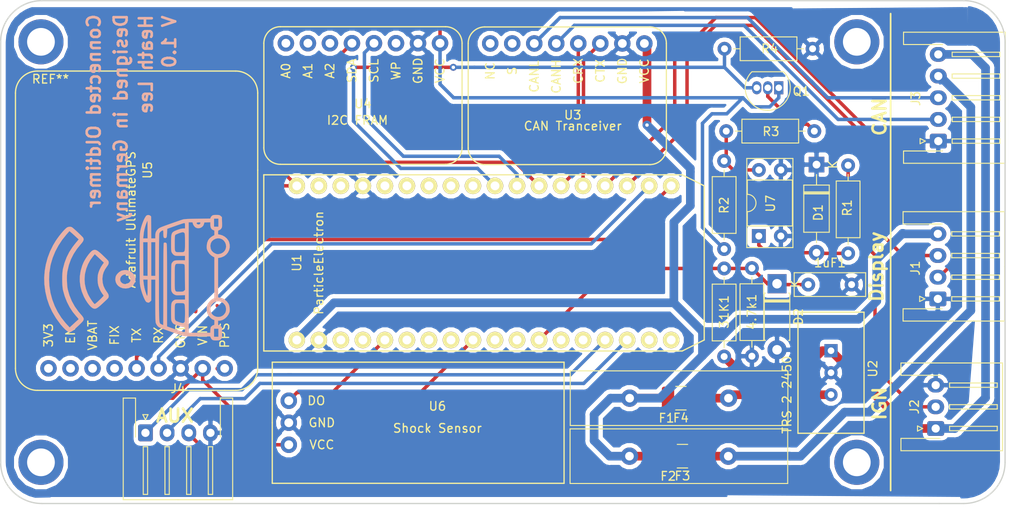
<source format=kicad_pcb>
(kicad_pcb (version 20171130) (host pcbnew "(5.1.4)-1")
  (layers (0 F.Cu signal) (31 B.Cu signal) (34 B.Paste user) (35 F.Paste user) (36 B.SilkS user) (37 F.SilkS user) (38 B.Mask user) (39 F.Mask user) (44 Edge.Cuts user))
  (net 0 "")
  (net 1 GND)
  (net 2 "Net-(D1-Pad2)")
  (net 3 5VDC)
  (net 4 "Net-(F1-Pad1)")
  (net 5 "Net-(F2-Pad1)")
  (net 6 CAN_H)
  (net 7 CAN_L)
  (net 8 12VIN)
  (net 9 IGN)
  (net 10 Nextion_TX)
  (net 11 Nextion_RX)
  (net 12 "Net-(Q1-Pad2)")
  (net 13 IGNSignal)
  (net 14 3V3)
  (net 15 "Net-(R2-Pad2)")
  (net 16 GPS_TX)
  (net 17 GPS_RX)
  (net 18 CAN_TX)
  (net 19 CAN_RX)
  (net 20 FRAM_SDA)
  (net 21 FRAM_SCL)
  (net 22 Shock_Signal)
  (net 23 RX)
  (net 24 TX)
  (net 25 "Net-(U3-Pad1)")
  (net 26 "Net-(U3-Pad2)")
  (net 27 "Net-(U4-Pad1)")
  (net 28 "Net-(U4-Pad2)")
  (net 29 "Net-(U4-Pad3)")
  (net 30 "Net-(U4-Pad6)")
  (net 31 "Net-(U5-Pad1)")
  (net 32 "Net-(U5-Pad6)")
  (net 33 "Net-(U5-Pad7)")
  (net 34 "Net-(U5-Pad8)")
  (net 35 "Net-(U5-Pad9)")
  (net 36 AUX_1)
  (net 37 AUX_2)
  (net 38 AUX_3)
  (net 39 "Net-(U1-Pad28)")
  (net 40 "Net-(U1-Pad29)")
  (net 41 "Net-(U1-Pad30)")
  (net 42 "Net-(U1-Pad31)")
  (net 43 "Net-(U1-Pad32)")
  (net 44 "Net-(U1-Pad18)")
  (net 45 "Net-(U1-Pad17)")
  (net 46 "Net-(U1-Pad13)")
  (net 47 "Net-(U1-Pad11)")
  (net 48 "Net-(U1-Pad10)")
  (net 49 "Net-(U1-Pad8)")
  (net 50 "Net-(U1-Pad7)")
  (net 51 VMON)
  (net 52 "Net-(U1-Pad14)")
  (net 53 "Net-(U1-Pad34)")
  (net 54 "Net-(U1-Pad35)")
  (net 55 "Net-(U1-Pad6)")
  (module heathsfootprints:CAN_Tranceiver_Module (layer F.Cu) (at 154.567201 79.253019 270)
    (fp_text reference U3 (at -3.81 -3.175) (layer F.SilkS))
    (fp_text value CANTranceiverModule)
    (fp_text user NC (at -8.89 6.35 270) (layer F.SilkS))
    (fp_text user S (at -8.89 3.81 270) (layer F.SilkS))
    (fp_text user CANL (at -8.255 1.27 270) (layer F.SilkS))
    (fp_text user CANH (at -8.255 -1.27 270) (layer F.SilkS))
    (fp_text user CRX (at -8.89 -3.81 270) (layer F.SilkS))
    (fp_text user CTX (at -8.89 -6.35 270) (layer F.SilkS))
    (fp_text user GND (at -8.89 -8.89 270) (layer F.SilkS))
    (fp_text user VCC (at -8.89 -11.43 270) (layer F.SilkS))
    (fp_text user "CAN Tranceiver" (at -2.54 -3.175 180) (layer F.SilkS))
    (pad 8 thru_hole circle (at -12.065 -11.43 270) (size 1.9 1.9) (drill 1.02) (layers *.Cu *.Mask) (net 3 5VDC))
    (pad 7 thru_hole circle (at -12.065 -8.89 270) (size 1.9 1.9) (drill 1.02) (layers *.Cu *.Mask) (net 1 GND))
    (pad 6 thru_hole circle (at -12.065 -6.35 270) (size 1.9 1.9) (drill 1.02) (layers *.Cu *.Mask) (net 18 CAN_TX))
    (pad 5 thru_hole circle (at -12.065 -3.81 270) (size 1.9 1.9) (drill 1.02) (layers *.Cu *.Mask) (net 19 CAN_RX))
    (pad 4 thru_hole circle (at -12.065 -1.27 270) (size 1.9 1.9) (drill 1.02) (layers *.Cu *.Mask) (net 6 CAN_H))
    (pad 3 thru_hole circle (at -12.065 1.27 270) (size 1.9 1.9) (drill 1.02) (layers *.Cu *.Mask) (net 7 CAN_L))
    (pad 2 thru_hole circle (at -12.065 3.81 270) (size 1.9 1.9) (drill 1.02) (layers *.Cu *.Mask) (net 26 "Net-(U3-Pad2)"))
    (pad 1 thru_hole circle (at -12.065 6.35 270) (size 1.9 1.9) (drill 1.02) (layers *.Cu *.Mask) (net 25 "Net-(U3-Pad1)"))
  )
  (module Connector_JST:JST_XH_S05B-XH-A-1_1x05_P2.50mm_Horizontal (layer F.Cu) (at 199.9 78.45 90)
    (fp_text reference J3 (at 4.9 -2.6 90) (layer F.SilkS))
    (fp_text value CAN_Bus_Connector)
    (pad 1 thru_hole roundrect (at 0 0 90) (size 1.7 1.95) (drill 0.95) (layers *.Cu *.Mask) (roundrect_rratio 0.147059) (net 1 GND))
    (pad 2 thru_hole oval (at 2.5 0 90) (size 1.7 1.95) (drill 0.95) (layers *.Cu *.Mask) (net 6 CAN_H))
    (pad 3 thru_hole oval (at 5 0 90) (size 1.7 1.95) (drill 0.95) (layers *.Cu *.Mask) (net 7 CAN_L))
    (pad 4 thru_hole oval (at 7.5 0 90) (size 1.7 1.95) (drill 0.95) (layers *.Cu *.Mask) (net 5 "Net-(F2-Pad1)"))
    (pad 5 thru_hole oval (at 10 0 90) (size 1.7 1.95) (drill 0.95) (layers *.Cu *.Mask) (net 8 12VIN))
  )
  (module heathsfootprints:ShockSensor (layer F.Cu) (at 130.7 110.3)
    (fp_text reference U6 (at 11.43 -1.27) (layer F.SilkS))
    (fp_text value MotionSensor)
    (fp_text user "Shock Sensor" (at 11.43 1.27) (layer F.SilkS))
    (fp_text user VCC (at -1.905 3.175) (layer F.SilkS))
    (fp_text user GND (at -1.905 0.635) (layer F.SilkS))
    (fp_text user DO (at -2.54 -1.905) (layer F.SilkS))
    (pad 1 thru_hole circle (at -5.715 -1.905) (size 1.9 1.9) (drill 1.02) (layers *.Cu *.Mask) (net 22 Shock_Signal))
    (pad 2 thru_hole circle (at -5.715 0.635) (size 1.9 1.9) (drill 1.02) (layers *.Cu *.Mask) (net 1 GND))
    (pad 3 thru_hole circle (at -5.715 3.175) (size 1.9 1.9) (drill 1.02) (layers *.Cu *.Mask) (net 14 3V3))
  )
  (module Fuse:Fuse_Littelfuse-LVR200 (layer F.Cu) (at 175.678589 114.791319 180)
    (fp_text reference F2 (at 6.928589 -2.308681 180) (layer F.SilkS))
    (fp_text value "Polyfuse 1000mA")
    (pad 1 thru_hole circle (at 0 0 180) (size 2 2) (drill 1) (layers *.Cu *.Mask) (net 5 "Net-(F2-Pad1)"))
    (pad 2 thru_hole circle (at 11.4 0 180) (size 2 2) (drill 1) (layers *.Cu *.Mask) (net 3 5VDC))
  )
  (module heathsfootprints:AdafruitUltimateGPS (layer F.Cu) (at 108.7 94.5 90)
    (fp_text reference U5 (at 12.7 0 90) (layer F.SilkS))
    (fp_text value AdafruitUltimateGPS)
    (fp_text user "Adafruit UltimateGPS" (at 6.985 -1.905 90) (layer F.SilkS))
    (fp_text user 3V3 (at -6.35 -11.43 90) (layer F.SilkS))
    (fp_text user EN (at -6.35 -8.89 90) (layer F.SilkS))
    (fp_text user VBAT (at -6.35 -6.35 90) (layer F.SilkS))
    (fp_text user FIX (at -6.35 -3.81 90) (layer F.SilkS))
    (fp_text user TX (at -6.35 -1.27 90) (layer F.SilkS))
    (fp_text user RX (at -6.35 1.27 90) (layer F.SilkS))
    (fp_text user GND (at -6.35 3.81 90) (layer F.SilkS))
    (fp_text user VIN (at -6.35 6.35 90) (layer F.SilkS))
    (fp_text user PPS (at -6.35 8.89 90) (layer F.SilkS))
    (pad 1 thru_hole circle (at -10.16 8.89 90) (size 1.9 1.9) (drill 1.02) (layers *.Cu *.Mask) (net 31 "Net-(U5-Pad1)"))
    (pad 2 thru_hole circle (at -10.16 6.35 90) (size 1.9 1.9) (drill 1.02) (layers *.Cu *.Mask) (net 14 3V3))
    (pad 3 thru_hole circle (at -10.16 3.81 90) (size 1.9 1.9) (drill 1.02) (layers *.Cu *.Mask) (net 1 GND))
    (pad 4 thru_hole circle (at -10.16 1.27 90) (size 1.9 1.9) (drill 1.02) (layers *.Cu *.Mask) (net 17 GPS_RX))
    (pad 5 thru_hole circle (at -10.16 -1.27 90) (size 1.9 1.9) (drill 1.02) (layers *.Cu *.Mask) (net 16 GPS_TX))
    (pad 6 thru_hole circle (at -10.16 -3.81 90) (size 1.9 1.9) (drill 1.02) (layers *.Cu *.Mask) (net 32 "Net-(U5-Pad6)"))
    (pad 7 thru_hole circle (at -10.16 -6.35 90) (size 1.9 1.9) (drill 1.02) (layers *.Cu *.Mask) (net 33 "Net-(U5-Pad7)"))
    (pad 8 thru_hole circle (at -10.16 -8.89 90) (size 1.9 1.9) (drill 1.02) (layers *.Cu *.Mask) (net 34 "Net-(U5-Pad8)"))
    (pad 9 thru_hole circle (at -10.16 -11.43 90) (size 1.9 1.9) (drill 1.02) (layers *.Cu *.Mask) (net 35 "Net-(U5-Pad9)"))
  )
  (module heathsfootprints:NextionMountingHoles (layer F.Cu) (at 96.4 67)
    (fp_text reference REF** (at 1.1 4.3) (layer F.SilkS))
    (fp_text value NextionMountingHoles)
    (pad 4 thru_hole circle (at 94.1 48.5) (size 5.2 5.2) (drill 3.2) (layers *.Cu *.Mask))
    (pad 3 thru_hole circle (at 94.1 0) (size 5.2 5.2) (drill 3.2) (layers *.Cu *.Mask))
    (pad 2 thru_hole circle (at 0 48.5) (size 5.2 5.2) (drill 3.2) (layers *.Cu *.Mask))
    (pad 1 thru_hole circle (at 0 0) (size 5.2 5.2) (drill 3.2) (layers *.Cu *.Mask))
  )
  (module Particle:electron (layer F.Cu) (at 172.9 92.5 90)
    (fp_text reference U1 (at 0 -46.99 90) (layer F.SilkS))
    (fp_text value ParticleElectron (at 0 -44.45 90) (layer F.SilkS))
    (pad 19 thru_hole circle (at 8.89 -3.81 90) (size 1.9 1.9) (drill 1.02) (layers *.Cu *.Mask F.SilkS) (net 16 GPS_TX))
    (pad 20 thru_hole circle (at 8.89 -6.35 90) (size 1.9 1.9) (drill 1.02) (layers *.Cu *.Mask F.SilkS) (net 17 GPS_RX))
    (pad 21 thru_hole circle (at 8.89 -8.89 90) (size 1.9 1.9) (drill 1.02) (layers *.Cu *.Mask F.SilkS) (net 10 Nextion_TX))
    (pad 22 thru_hole circle (at 8.89 -11.43 90) (size 1.9 1.9) (drill 1.02) (layers *.Cu *.Mask F.SilkS) (net 11 Nextion_RX))
    (pad 23 thru_hole circle (at 8.89 -13.97 90) (size 1.9 1.9) (drill 1.02) (layers *.Cu *.Mask F.SilkS) (net 18 CAN_TX))
    (pad 24 thru_hole circle (at 8.89 -16.51 90) (size 1.9 1.9) (drill 1.02) (layers *.Cu *.Mask F.SilkS) (net 19 CAN_RX))
    (pad 25 thru_hole circle (at 8.89 -19.05 90) (size 1.9 1.9) (drill 1.02) (layers *.Cu *.Mask F.SilkS) (net 20 FRAM_SDA))
    (pad 26 thru_hole circle (at 8.89 -21.59 90) (size 1.9 1.9) (drill 1.02) (layers *.Cu *.Mask F.SilkS) (net 21 FRAM_SCL))
    (pad 27 thru_hole circle (at 8.89 -24.13 90) (size 1.9 1.9) (drill 1.02) (layers *.Cu *.Mask F.SilkS) (net 13 IGNSignal))
    (pad 28 thru_hole circle (at 8.89 -26.67 90) (size 1.9 1.9) (drill 1.02) (layers *.Cu *.Mask F.SilkS) (net 39 "Net-(U1-Pad28)"))
    (pad 29 thru_hole circle (at 8.89 -29.21 90) (size 1.9 1.9) (drill 1.02) (layers *.Cu *.Mask F.SilkS) (net 40 "Net-(U1-Pad29)"))
    (pad 30 thru_hole circle (at 8.89 -31.75 90) (size 1.9 1.9) (drill 1.02) (layers *.Cu *.Mask F.SilkS) (net 41 "Net-(U1-Pad30)"))
    (pad 31 thru_hole circle (at 8.89 -34.29 90) (size 1.9 1.9) (drill 1.02) (layers *.Cu *.Mask F.SilkS) (net 42 "Net-(U1-Pad31)"))
    (pad 32 thru_hole circle (at 8.89 -36.83 90) (size 1.9 1.9) (drill 1.02) (layers *.Cu *.Mask F.SilkS) (net 43 "Net-(U1-Pad32)"))
    (pad 33 thru_hole circle (at 8.89 -39.37 90) (size 1.9 1.9) (drill 1.02) (layers *.Cu *.Mask F.SilkS) (net 1 GND))
    (pad 34 thru_hole circle (at 8.89 -41.91 90) (size 1.9 1.9) (drill 1.02) (layers *.Cu *.Mask F.SilkS) (net 53 "Net-(U1-Pad34)"))
    (pad 35 thru_hole circle (at 8.89 -44.45 90) (size 1.9 1.9) (drill 1.02) (layers *.Cu *.Mask F.SilkS) (net 54 "Net-(U1-Pad35)"))
    (pad 36 thru_hole circle (at 8.89 -46.99 90) (size 1.9 1.9) (drill 1.02) (layers *.Cu *.Mask F.SilkS) (net 14 3V3))
    (pad 18 thru_hole circle (at -8.89 -3.81 90) (size 1.9 1.9) (drill 1.02) (layers *.Cu *.Mask F.SilkS) (net 44 "Net-(U1-Pad18)"))
    (pad 17 thru_hole circle (at -8.89 -6.35 90) (size 1.9 1.9) (drill 1.02) (layers *.Cu *.Mask F.SilkS) (net 45 "Net-(U1-Pad17)"))
    (pad 16 thru_hole circle (at -8.89 -8.89 90) (size 1.9 1.9) (drill 1.02) (layers *.Cu *.Mask F.SilkS) (net 37 AUX_2))
    (pad 15 thru_hole circle (at -8.89 -11.43 90) (size 1.9 1.9) (drill 1.02) (layers *.Cu *.Mask F.SilkS) (net 36 AUX_1))
    (pad 14 thru_hole circle (at -8.89 -13.97 90) (size 1.9 1.9) (drill 1.02) (layers *.Cu *.Mask F.SilkS) (net 52 "Net-(U1-Pad14)"))
    (pad 13 thru_hole circle (at -8.89 -16.51 90) (size 1.9 1.9) (drill 1.02) (layers *.Cu *.Mask F.SilkS) (net 46 "Net-(U1-Pad13)"))
    (pad 12 thru_hole circle (at -8.89 -19.05 90) (size 1.9 1.9) (drill 1.02) (layers *.Cu *.Mask F.SilkS) (net 51 VMON))
    (pad 11 thru_hole circle (at -8.89 -21.59 90) (size 1.9 1.9) (drill 1.02) (layers *.Cu *.Mask F.SilkS) (net 47 "Net-(U1-Pad11)"))
    (pad 10 thru_hole circle (at -8.89 -24.13 90) (size 1.9 1.9) (drill 1.02) (layers *.Cu *.Mask F.SilkS) (net 48 "Net-(U1-Pad10)"))
    (pad 9 thru_hole circle (at -8.89 -26.67 90) (size 1.9 1.9) (drill 1.02) (layers *.Cu *.Mask F.SilkS) (net 38 AUX_3))
    (pad 8 thru_hole circle (at -8.89 -29.21 90) (size 1.9 1.9) (drill 1.02) (layers *.Cu *.Mask F.SilkS) (net 49 "Net-(U1-Pad8)"))
    (pad 7 thru_hole circle (at -8.89 -31.75 90) (size 1.9 1.9) (drill 1.02) (layers *.Cu *.Mask F.SilkS) (net 50 "Net-(U1-Pad7)"))
    (pad 6 thru_hole circle (at -8.89 -34.29 90) (size 1.9 1.9) (drill 1.02) (layers *.Cu *.Mask F.SilkS) (net 55 "Net-(U1-Pad6)"))
    (pad 5 thru_hole circle (at -8.89 -36.83 90) (size 1.9 1.9) (drill 1.02) (layers *.Cu *.Mask F.SilkS) (net 22 Shock_Signal))
    (pad 4 thru_hole circle (at -8.89 -39.37 90) (size 1.9 1.9) (drill 1.02) (layers *.Cu *.Mask F.SilkS) (net 23 RX))
    (pad 3 thru_hole circle (at -8.89 -41.91 90) (size 1.9 1.9) (drill 1.02) (layers *.Cu *.Mask F.SilkS) (net 24 TX))
    (pad 2 thru_hole circle (at -8.89 -44.45 90) (size 1.9 1.9) (drill 1.02) (layers *.Cu *.Mask F.SilkS) (net 1 GND))
    (pad 1 thru_hole circle (at -8.89 -46.99 90) (size 1.9 1.9) (drill 1.02) (layers *.Cu *.Mask F.SilkS) (net 3 5VDC))
  )
  (module Diode_THT:D_A-405_P10.16mm_Horizontal (layer F.Cu) (at 185.853981 81.162352 270)
    (fp_text reference D1 (at 5.537648 -0.196019 270) (layer F.SilkS))
    (fp_text value DIODE)
    (fp_text user K (at 0 -1.9 270) (layer F.SilkS))
    (pad 1 thru_hole rect (at 0 0 270) (size 1.8 1.8) (drill 0.9) (layers *.Cu *.Mask) (net 1 GND))
    (pad 2 thru_hole oval (at 10.16 0 270) (size 1.8 1.8) (drill 0.9) (layers *.Cu *.Mask) (net 2 "Net-(D1-Pad2)"))
  )
  (module Fuse:Fuse_Littelfuse-LVR200 (layer F.Cu) (at 175.7 108.1 180)
    (fp_text reference F1 (at 7.15 -2.3 180) (layer F.SilkS))
    (fp_text value "Polyfuse 2000mA")
    (pad 2 thru_hole circle (at 11.4 0 180) (size 2 2) (drill 1) (layers *.Cu *.Mask) (net 3 5VDC))
    (pad 1 thru_hole circle (at 0 0 180) (size 2 2) (drill 1) (layers *.Cu *.Mask) (net 4 "Net-(F1-Pad1)"))
  )
  (module Capacitor_SMD:C_1210_3225Metric_Pad1.42x2.65mm_HandSolder (layer F.Cu) (at 170.391089 114.791319 180)
    (fp_text reference F3 (at 0 -2.28 180) (layer F.SilkS))
    (fp_text value "Polyfuse SMD 1000mA")
    (pad 1 smd roundrect (at -1.4875 0 180) (size 1.425 2.65) (layers F.Cu F.Paste F.Mask) (roundrect_rratio 0.175439) (net 5 "Net-(F2-Pad1)"))
    (pad 2 smd roundrect (at 1.4875 0 180) (size 1.425 2.65) (layers F.Cu F.Paste F.Mask) (roundrect_rratio 0.175439) (net 3 5VDC))
  )
  (module Package_TO_SOT_THT:TO-92_Inline (layer F.Cu) (at 181.5 72.3 180)
    (fp_text reference Q1 (at -2.6 -0.4 180) (layer F.SilkS))
    (fp_text value 2N3906)
    (pad 2 thru_hole oval (at 1.27 0 180) (size 1.05 1.5) (drill 0.75) (layers *.Cu *.Mask) (net 12 "Net-(Q1-Pad2)"))
    (pad 3 thru_hole oval (at 2.54 0 180) (size 1.05 1.5) (drill 0.75) (layers *.Cu *.Mask) (net 13 IGNSignal))
    (pad 1 thru_hole rect (at 0 0 180) (size 1.05 1.5) (drill 0.75) (layers *.Cu *.Mask) (net 14 3V3))
  )
  (module Resistor_THT:R_Axial_DIN0207_L6.3mm_D2.5mm_P10.16mm_Horizontal (layer F.Cu) (at 189.5 91.4 90)
    (fp_text reference R1 (at 5.25 -0.1 90) (layer F.SilkS))
    (fp_text value 7.5K)
    (pad 2 thru_hole oval (at 10.16 0 90) (size 1.6 1.6) (drill 0.8) (layers *.Cu *.Mask) (net 9 IGN))
    (pad 1 thru_hole circle (at 0 0 90) (size 1.6 1.6) (drill 0.8) (layers *.Cu *.Mask) (net 2 "Net-(D1-Pad2)"))
  )
  (module Resistor_THT:R_Axial_DIN0207_L6.3mm_D2.5mm_P10.16mm_Horizontal (layer F.Cu) (at 175.2 90.9 90)
    (fp_text reference R2 (at 5.05 0 90) (layer F.SilkS))
    (fp_text value 10K)
    (pad 1 thru_hole circle (at 0 0 90) (size 1.6 1.6) (drill 0.8) (layers *.Cu *.Mask) (net 14 3V3))
    (pad 2 thru_hole oval (at 10.16 0 90) (size 1.6 1.6) (drill 0.8) (layers *.Cu *.Mask) (net 15 "Net-(R2-Pad2)"))
  )
  (module Resistor_THT:R_Axial_DIN0207_L6.3mm_D2.5mm_P10.16mm_Horizontal (layer F.Cu) (at 185.6 77.3 180)
    (fp_text reference R3 (at 5 -0.05 180) (layer F.SilkS))
    (fp_text value 47K)
    (pad 1 thru_hole circle (at 0 0 180) (size 1.6 1.6) (drill 0.8) (layers *.Cu *.Mask) (net 12 "Net-(Q1-Pad2)"))
    (pad 2 thru_hole oval (at 10.16 0 180) (size 1.6 1.6) (drill 0.8) (layers *.Cu *.Mask) (net 15 "Net-(R2-Pad2)"))
  )
  (module Resistor_THT:R_Axial_DIN0207_L6.3mm_D2.5mm_P10.16mm_Horizontal (layer F.Cu) (at 185.4 67.8 180)
    (fp_text reference R4 (at 4.95 0 180) (layer F.SilkS))
    (fp_text value 10K)
    (pad 2 thru_hole oval (at 10.16 0 180) (size 1.6 1.6) (drill 0.8) (layers *.Cu *.Mask) (net 13 IGNSignal))
    (pad 1 thru_hole circle (at 0 0 180) (size 1.6 1.6) (drill 0.8) (layers *.Cu *.Mask) (net 1 GND))
  )
  (module heathsfootprints:heathsTRS_2_2450 (layer F.Cu) (at 187.525 102.625 270)
    (fp_text reference U2 (at 2.075 -4.825 270) (layer F.SilkS))
    (fp_text value TSR_2-2450)
    (fp_text user "TRS 2 2450" (at 5.08 5.08 270) (layer F.SilkS))
    (pad 1 thru_hole rect (at 0 0 270) (size 1.524 1.524) (drill 0.762) (layers *.Cu *.Mask) (net 8 12VIN))
    (pad 2 thru_hole circle (at 2.54 0 270) (size 1.524 1.524) (drill 0.762) (layers *.Cu *.Mask) (net 1 GND))
    (pad 3 thru_hole circle (at 5.08 0 270) (size 1.524 1.524) (drill 0.762) (layers *.Cu *.Mask) (net 4 "Net-(F1-Pad1)"))
  )
  (module heathsfootprints:Adafruit_I2C_FRAM (layer F.Cu) (at 131 76.05 270)
    (fp_text reference U4 (at -1.905 -2.54) (layer F.SilkS))
    (fp_text value AdafruitFRAM)
    (fp_text user "I2C FRAM" (at 0 -1.905) (layer F.SilkS))
    (fp_text user VCC (at -5.715 -11.43 270) (layer F.SilkS))
    (fp_text user GND (at -5.715 -8.89 270) (layer F.SilkS))
    (fp_text user WP (at -5.715 -6.35 270) (layer F.SilkS))
    (fp_text user SCL (at -5.715 -3.81 270) (layer F.SilkS))
    (fp_text user SDA (at -5.715 -1.27 270) (layer F.SilkS))
    (fp_text user A2 (at -5.715 1.27 270) (layer F.SilkS))
    (fp_text user A1 (at -5.715 3.81 270) (layer F.SilkS))
    (fp_text user A0 (at -5.715 6.35 270) (layer F.SilkS))
    (pad 1 thru_hole circle (at -8.89 6.35 270) (size 1.9 1.9) (drill 1.02) (layers *.Cu *.Mask) (net 27 "Net-(U4-Pad1)"))
    (pad 2 thru_hole circle (at -8.89 3.81 270) (size 1.9 1.9) (drill 1.02) (layers *.Cu *.Mask) (net 28 "Net-(U4-Pad2)"))
    (pad 3 thru_hole circle (at -8.89 1.27 270) (size 1.9 1.9) (drill 1.02) (layers *.Cu *.Mask) (net 29 "Net-(U4-Pad3)"))
    (pad 4 thru_hole circle (at -8.89 -1.27 270) (size 1.9 1.9) (drill 1.02) (layers *.Cu *.Mask) (net 20 FRAM_SDA))
    (pad 5 thru_hole circle (at -8.89 -3.81 270) (size 1.9 1.9) (drill 1.02) (layers *.Cu *.Mask) (net 21 FRAM_SCL))
    (pad 6 thru_hole circle (at -8.89 -6.35 270) (size 1.9 1.9) (drill 1.02) (layers *.Cu *.Mask) (net 30 "Net-(U4-Pad6)"))
    (pad 7 thru_hole circle (at -8.89 -8.89 270) (size 1.9 1.9) (drill 1.02) (layers *.Cu *.Mask) (net 1 GND))
    (pad 8 thru_hole circle (at -8.89 -11.43 270) (size 1.9 1.9) (drill 1.02) (layers *.Cu *.Mask) (net 14 3V3))
  )
  (module Package_DIP:DIP-4_W7.62mm_Socket (layer F.Cu) (at 179.2 89.4 90)
    (fp_text reference U7 (at 3.75 1.35 90) (layer F.SilkS))
    (fp_text value SFH618A-2)
    (pad 1 thru_hole rect (at 0 0 90) (size 1.6 1.6) (drill 0.8) (layers *.Cu *.Mask) (net 2 "Net-(D1-Pad2)"))
    (pad 3 thru_hole oval (at 7.62 2.54 90) (size 1.6 1.6) (drill 0.8) (layers *.Cu *.Mask) (net 1 GND))
    (pad 2 thru_hole oval (at 0 2.54 90) (size 1.6 1.6) (drill 0.8) (layers *.Cu *.Mask) (net 1 GND))
    (pad 4 thru_hole oval (at 7.62 0 90) (size 1.6 1.6) (drill 0.8) (layers *.Cu *.Mask) (net 15 "Net-(R2-Pad2)"))
  )
  (module Capacitor_SMD:C_1210_3225Metric_Pad1.42x2.65mm_HandSolder (layer F.Cu) (at 170.2125 108.1 180)
    (fp_text reference F4 (at 0 -2.28 180) (layer F.SilkS))
    (fp_text value "Polyfuse SMD 2000mA")
    (pad 1 smd roundrect (at -1.4875 0 180) (size 1.425 2.65) (layers F.Cu F.Paste F.Mask) (roundrect_rratio 0.175439) (net 4 "Net-(F1-Pad1)"))
    (pad 2 smd roundrect (at 1.4875 0 180) (size 1.425 2.65) (layers F.Cu F.Paste F.Mask) (roundrect_rratio 0.175439) (net 3 5VDC))
  )
  (module Capacitor_THT:C_Disc_D8.0mm_W2.5mm_P5.00mm (layer F.Cu) (at 184.9 95)
    (fp_text reference 1uF1 (at 2.5 -2.5) (layer F.SilkS))
    (fp_text value C)
    (pad 1 thru_hole circle (at 0 0) (size 1.6 1.6) (drill 0.8) (layers *.Cu *.Mask) (net 51 VMON))
    (pad 2 thru_hole circle (at 5 0) (size 1.6 1.6) (drill 0.8) (layers *.Cu *.Mask) (net 1 GND))
  )
  (module Resistor_THT:R_Axial_DIN0207_L6.3mm_D2.5mm_P10.16mm_Horizontal (layer F.Cu) (at 175.2 103.3 90)
    (fp_text reference 31K1 (at 5.15 0 90) (layer F.SilkS))
    (fp_text value R_US)
    (pad 2 thru_hole oval (at 10.16 0 90) (size 1.6 1.6) (drill 0.8) (layers *.Cu *.Mask) (net 51 VMON))
    (pad 1 thru_hole circle (at 0 0 90) (size 1.6 1.6) (drill 0.8) (layers *.Cu *.Mask) (net 8 12VIN))
  )
  (module Resistor_THT:R_Axial_DIN0207_L6.3mm_D2.5mm_P10.16mm_Horizontal (layer F.Cu) (at 178.4 93.1 270)
    (fp_text reference 4.7k1 (at 5.05 0 270) (layer F.SilkS))
    (fp_text value R_US)
    (pad 1 thru_hole circle (at 0 0 270) (size 1.6 1.6) (drill 0.8) (layers *.Cu *.Mask) (net 51 VMON))
    (pad 2 thru_hole oval (at 10.16 0 270) (size 1.6 1.6) (drill 0.8) (layers *.Cu *.Mask) (net 1 GND))
  )
  (module Diode_THT:D_DO-41_SOD81_P7.62mm_Horizontal (layer F.Cu) (at 181.3 94.9 270)
    (fp_text reference D2 (at 3.81 -2.47 270) (layer F.SilkS))
    (fp_text value D_Zener)
    (fp_text user K (at 0 -2.1 270) (layer F.SilkS))
    (pad 1 thru_hole rect (at 0 0 270) (size 2.2 2.2) (drill 1.1) (layers *.Cu *.Mask) (net 51 VMON))
    (pad 2 thru_hole oval (at 7.62 0 270) (size 2.2 2.2) (drill 1.1) (layers *.Cu *.Mask) (net 1 GND))
  )
  (module Connector_JST:JST_XH_S04B-XH-A-1_1x04_P2.50mm_Horizontal (layer F.Cu) (at 199.85 96.65 90)
    (fp_text reference J1 (at 3.55 -2.6 90) (layer F.SilkS))
    (fp_text value NextionConnector)
    (pad 1 thru_hole roundrect (at 0 0 90) (size 1.7 1.95) (drill 0.95) (layers *.Cu *.Mask) (roundrect_rratio 0.147059) (net 1 GND))
    (pad 2 thru_hole oval (at 2.5 0 90) (size 1.7 1.95) (drill 0.95) (layers *.Cu *.Mask) (net 11 Nextion_RX))
    (pad 3 thru_hole oval (at 5 0 90) (size 1.7 1.95) (drill 0.95) (layers *.Cu *.Mask) (net 10 Nextion_TX))
    (pad 4 thru_hole oval (at 7.5 0 90) (size 1.7 1.95) (drill 0.95) (layers *.Cu *.Mask) (net 3 5VDC))
  )
  (module drawings:smallCamperWifi (layer F.Cu) (at 106.75 94.25 90)
    (fp_text reference G*** hide)
    (fp_text value LOGO hide)
    (fp_poly (pts (xy -10.330994 9.804045) (xy -10.295467 9.8298) (xy -10.247966 9.929702) (xy -10.264418 10.043837) (xy -10.338753 10.136433) (xy -10.431945 10.191425) (xy -10.499022 10.187982) (xy -10.577776 10.123203) (xy -10.583334 10.117667) (xy -10.654427 10.02592) (xy -10.658274 9.938999) (xy -10.624178 9.860883) (xy -10.549464 9.799248) (xy -10.438537 9.779054) (xy -10.330994 9.804045)) (layer F.Cu) (width 0.01))
    (fp_poly (pts (xy -3.068438 9.807691) (xy -3.06429 9.810367) (xy -2.994731 9.902108) (xy -2.990141 10.017088) (xy -3.045835 10.115501) (xy -3.115757 10.177721) (xy -3.17653 10.192686) (xy -3.270222 10.173157) (xy -3.337614 10.11765) (xy -3.375907 10.017283) (xy -3.374379 9.909847) (xy -3.356881 9.867698) (xy -3.278799 9.809363) (xy -3.167031 9.7863) (xy -3.068438 9.807691)) (layer F.Cu) (width 0.01))
    (fp_poly (pts (xy -3.46202 7.288078) (xy -3.329275 7.306794) (xy -3.268134 7.332133) (xy -3.220632 7.432035) (xy -3.237085 7.54617) (xy -3.31142 7.638766) (xy -3.412005 7.677398) (xy -3.559619 7.699389) (xy -3.723303 7.704144) (xy -3.872099 7.691067) (xy -3.975047 7.659563) (xy -3.986494 7.65175) (xy -4.068223 7.545215) (xy -4.067621 7.428526) (xy -4.03724 7.37086) (xy -3.994439 7.324738) (xy -3.932191 7.297668) (xy -3.829414 7.284817) (xy -3.665026 7.28135) (xy -3.646733 7.281333) (xy -3.46202 7.288078)) (layer F.Cu) (width 0.01))
  )
  (module Connector_JST:JST_XH_S03B-XH-A-1_1x03_P2.50mm_Horizontal (layer F.Cu) (at 199.6 111.6 90)
    (fp_text reference J2 (at 2.5 -2.45 90) (layer F.SilkS))
    (fp_text value MainConnector)
    (pad 1 thru_hole roundrect (at 0 0 90) (size 1.7 1.95) (drill 0.95) (layers *.Cu *.Mask) (roundrect_rratio 0.147059) (net 8 12VIN))
    (pad 2 thru_hole oval (at 2.5 0 90) (size 1.7 1.95) (drill 0.95) (layers *.Cu *.Mask) (net 9 IGN))
    (pad 3 thru_hole oval (at 5 0 90) (size 1.7 1.95) (drill 0.95) (layers *.Cu *.Mask) (net 1 GND))
  )
  (module Connector_JST:JST_XH_S04B-XH-A-1_1x04_P2.50mm_Horizontal (layer F.Cu) (at 108.45 112.1)
    (fp_text reference J4 (at 3.75 -5.1) (layer F.SilkS))
    (fp_text value AUXConnector)
    (pad 1 thru_hole roundrect (at 0 0) (size 1.7 1.95) (drill 0.95) (layers *.Cu *.Mask) (roundrect_rratio 0.147059) (net 36 AUX_1))
    (pad 2 thru_hole oval (at 2.5 0) (size 1.7 1.95) (drill 0.95) (layers *.Cu *.Mask) (net 37 AUX_2))
    (pad 3 thru_hole oval (at 5 0) (size 1.7 1.95) (drill 0.95) (layers *.Cu *.Mask) (net 38 AUX_3))
    (pad 4 thru_hole oval (at 7.5 0) (size 1.7 1.95) (drill 0.95) (layers *.Cu *.Mask) (net 1 GND))
  )
  (gr_line (start 202.85 62.25) (end 200 62.25) (layer Edge.Cuts) (width 0.15))
  (gr_line (start 200 120.25) (end 202.85 120.25) (layer Edge.Cuts) (width 0.15))
  (gr_text "V 1.0\n" (at 111.2 67 90) (layer B.SilkS) (effects (font (size 1.5 1.5) (thickness 0.3)) (justify mirror)))
  (gr_text "Heath Lee" (at 108.5 69.6 90) (layer B.SilkS) (effects (font (size 1.5 1.5) (thickness 0.3)) (justify mirror)))
  (gr_text "Designed in Germany" (at 105.6 75.8 90) (layer B.SilkS) (effects (font (size 1.5 1.5) (thickness 0.3)) (justify mirror)))
  (gr_text "Connected Oldtimer" (at 102.5 75 90) (layer B.SilkS) (effects (font (size 1.5 1.5) (thickness 0.3)) (justify mirror)))
  (gr_line (start 200 62.25) (end 96.5 62.25) (layer Edge.Cuts) (width 0.15))
  (gr_line (start 207.6 115.5) (end 207.6 67) (layer Edge.Cuts) (width 0.15))
  (gr_line (start 96.5 120.25) (end 200 120.25) (layer Edge.Cuts) (width 0.15))
  (gr_arc (start 202.85 67) (end 207.6 67) (angle -90) (layer Edge.Cuts) (width 0.15))
  (gr_arc (start 202.85 115.5) (end 202.85 120.25) (angle -90) (layer Edge.Cuts) (width 0.15))
  (gr_line (start 91.75 115.5) (end 91.75 67) (layer Edge.Cuts) (width 0.15))
  (gr_arc (start 96.5 115.5) (end 91.75 115.5) (angle -90) (layer Edge.Cuts) (width 0.15))
  (gr_arc (start 96.5 67) (end 96.5 62.25) (angle -90) (layer Edge.Cuts) (width 0.15))
  (gr_text IGN (at 193.125 108.725 90) (layer F.SilkS) (effects (font (size 1.5 1.5) (thickness 0.3))))
  (gr_text "Display\n" (at 192.775 92.925 90) (layer F.SilkS) (effects (font (size 1.5 1.5) (thickness 0.3))))
  (gr_text CAN (at 193.125 75.65 90) (layer F.SilkS) (effects (font (size 1.5 1.5) (thickness 0.3))))
  (gr_text "AUX\n" (at 111.85 110.125) (layer F.SilkS) (effects (font (size 1.5 1.5) (thickness 0.3))))
  (gr_line (start 194.4 63.75) (end 194.4 118.75) (layer F.SilkS) (width 0.2))
  (segment (start 185.931629 91.4) (end 185.853981 91.322352) (width 0.4) (layer F.Cu) (net 2))
  (segment (start 189.5 91.4) (end 185.931629 91.4) (width 0.4) (layer F.Cu) (net 2))
  (segment (start 179.2 90.45) (end 179.2 89.4) (width 0.4) (layer F.Cu) (net 2))
  (segment (start 180.072352 91.322352) (end 179.2 90.45) (width 0.4) (layer F.Cu) (net 2))
  (segment (start 185.853981 91.322352) (end 180.072352 91.322352) (width 0.4) (layer F.Cu) (net 2))
  (segment (start 168.903589 114.791319) (end 168.091089 114.791319) (width 0.25) (layer F.Cu) (net 3))
  (segment (start 164.278589 108.121411) (end 164.3 108.1) (width 0.4) (layer F.Cu) (net 3))
  (segment (start 168.725 108.1) (end 164.3 108.1) (width 1) (layer F.Cu) (net 3))
  (segment (start 168.903589 114.791319) (end 164.278589 114.791319) (width 1) (layer F.Cu) (net 3))
  (segment (start 162.1 108.1) (end 164.3 108.1) (width 1) (layer B.Cu) (net 3))
  (segment (start 160.2 110) (end 162.1 108.1) (width 1) (layer B.Cu) (net 3))
  (segment (start 160.2 113) (end 160.2 110) (width 1) (layer B.Cu) (net 3))
  (segment (start 164.278589 114.791319) (end 161.991319 114.791319) (width 1) (layer B.Cu) (net 3))
  (segment (start 161.991319 114.791319) (end 160.2 113) (width 1) (layer B.Cu) (net 3))
  (segment (start 167.8 108.1) (end 164.3 108.1) (width 1) (layer B.Cu) (net 3))
  (segment (start 172.7 103.2) (end 167.8 108.1) (width 1) (layer B.Cu) (net 3))
  (segment (start 172.7 100.370002) (end 172.670002 100.370002) (width 1) (layer B.Cu) (net 3))
  (segment (start 172.670002 100.370002) (end 169.4 97.1) (width 1) (layer B.Cu) (net 3))
  (segment (start 130.2 97.1) (end 125.91 101.39) (width 1) (layer B.Cu) (net 3))
  (segment (start 169.4 97.1) (end 130.2 97.1) (width 1) (layer B.Cu) (net 3))
  (segment (start 169.4 97.1) (end 169.4 87.8) (width 1) (layer B.Cu) (net 3))
  (segment (start 169.4 87.8) (end 171.3 85.9) (width 1) (layer B.Cu) (net 3))
  (segment (start 171.3 85.9) (end 171.3 82) (width 1) (layer B.Cu) (net 3))
  (segment (start 171.3 82) (end 171.3 81.6) (width 1) (layer B.Cu) (net 3))
  (segment (start 171.3 81.6) (end 166.3 76.6) (width 1) (layer B.Cu) (net 3))
  (segment (start 166.3 76.6) (end 166.3 76.6) (width 1) (layer B.Cu) (net 3))
  (via (at 166.3 76.6) (size 0.8) (drill 0.4) (layers F.Cu B.Cu) (net 3))
  (segment (start 166.3 67.490818) (end 165.997201 67.188019) (width 1) (layer F.Cu) (net 3))
  (segment (start 166.3 76.6) (end 166.3 67.490818) (width 1) (layer F.Cu) (net 3))
  (segment (start 176.9 99) (end 190.7 99) (width 1) (layer B.Cu) (net 3))
  (segment (start 190.7 99) (end 192.8 96.9) (width 1) (layer B.Cu) (net 3))
  (segment (start 195.775 89.1) (end 195.9 89.1) (width 1) (layer B.Cu) (net 3))
  (segment (start 192.8 92.075) (end 195.775 89.1) (width 1) (layer B.Cu) (net 3))
  (segment (start 192.8 96.9) (end 192.8 92.075) (width 1) (layer B.Cu) (net 3))
  (segment (start 172.670002 100.370002) (end 172.670002 100.420002) (width 1) (layer B.Cu) (net 3))
  (segment (start 172.670002 100.420002) (end 173.75 101.5) (width 1) (layer B.Cu) (net 3))
  (segment (start 175.020002 100.420002) (end 175.25 100.65) (width 1) (layer B.Cu) (net 3))
  (segment (start 175.25 100.65) (end 176.9 99) (width 1) (layer B.Cu) (net 3))
  (segment (start 172.95 102) (end 172.7 101.75) (width 1) (layer B.Cu) (net 3))
  (segment (start 173.9 102) (end 172.95 102) (width 1) (layer B.Cu) (net 3))
  (segment (start 172.7 101.75) (end 172.7 103.2) (width 1) (layer B.Cu) (net 3))
  (segment (start 172.7 100.370002) (end 172.7 101.75) (width 1) (layer B.Cu) (net 3))
  (segment (start 173.9 102) (end 175.25 100.65) (width 1) (layer B.Cu) (net 3))
  (segment (start 172.7 103.2) (end 173.9 102) (width 1) (layer B.Cu) (net 3))
  (segment (start 173.9 100.770002) (end 174.25 100.420002) (width 1) (layer B.Cu) (net 3))
  (segment (start 173.9 102) (end 173.9 100.770002) (width 1) (layer B.Cu) (net 3))
  (segment (start 172.670002 100.420002) (end 174.25 100.420002) (width 1) (layer B.Cu) (net 3))
  (segment (start 174.25 100.420002) (end 175.020002 100.420002) (width 1) (layer B.Cu) (net 3))
  (segment (start 195.825 89.15) (end 199.85 89.15) (width 1) (layer B.Cu) (net 3))
  (segment (start 195.775 89.1) (end 195.825 89.15) (width 1) (layer B.Cu) (net 3))
  (segment (start 176.095 107.705) (end 175.7 108.1) (width 1) (layer F.Cu) (net 4))
  (segment (start 187.525 107.705) (end 176.095 107.705) (width 1) (layer F.Cu) (net 4))
  (segment (start 175.7 108.1) (end 171.7 108.1) (width 1) (layer F.Cu) (net 4))
  (segment (start 182.047443 114.791319) (end 182.056124 114.8) (width 0.25) (layer B.Cu) (net 5))
  (segment (start 175.678589 114.791319) (end 171.878589 114.791319) (width 1) (layer F.Cu) (net 5))
  (segment (start 200.2 71.8) (end 200.075 71.8) (width 0.25) (layer B.Cu) (net 5))
  (segment (start 200.125 71) (end 200 71) (width 1) (layer B.Cu) (net 5))
  (segment (start 203.65 74.525) (end 200.125 71) (width 1) (layer B.Cu) (net 5))
  (segment (start 203.65 98) (end 203.65 74.525) (width 1) (layer B.Cu) (net 5))
  (segment (start 182.750443 114.791319) (end 182.759124 114.8) (width 1) (layer B.Cu) (net 5))
  (segment (start 175.678589 114.791319) (end 182.750443 114.791319) (width 1) (layer B.Cu) (net 5))
  (segment (start 182.759124 114.8) (end 184 114.8) (width 1) (layer B.Cu) (net 5))
  (segment (start 184 114.8) (end 189.087001 109.712999) (width 1) (layer B.Cu) (net 5))
  (segment (start 189.087001 109.712999) (end 191.937001 109.712999) (width 1) (layer B.Cu) (net 5))
  (segment (start 191.937001 109.712999) (end 203.65 98) (width 1) (layer B.Cu) (net 5))
  (segment (start 157.92522 65.1) (end 155.837201 67.188019) (width 0.4) (layer B.Cu) (net 6))
  (segment (start 177.5 65.1) (end 157.92522 65.1) (width 0.4) (layer B.Cu) (net 6))
  (segment (start 199.9 75.95) (end 188.35 75.95) (width 0.4) (layer B.Cu) (net 6))
  (segment (start 188.35 75.95) (end 177.5 65.1) (width 0.4) (layer B.Cu) (net 6))
  (segment (start 154.2472 66.23802) (end 153.9 66.58522) (width 0.4) (layer B.Cu) (net 7))
  (segment (start 153.9 66.58522) (end 153.297201 67.188019) (width 0.4) (layer B.Cu) (net 7))
  (segment (start 185.5 71.8) (end 185.25 71.55) (width 0.4) (layer B.Cu) (net 7))
  (segment (start 155.83523 64.64999) (end 153.9 66.58522) (width 0.4) (layer B.Cu) (net 7))
  (segment (start 156.28522 64.2) (end 155.83523 64.64999) (width 0.4) (layer B.Cu) (net 7))
  (segment (start 177.9 64.2) (end 156.28522 64.2) (width 0.4) (layer B.Cu) (net 7))
  (segment (start 185.25 71.55) (end 177.9 64.2) (width 0.4) (layer B.Cu) (net 7))
  (segment (start 187.15 73.45) (end 185.25 71.55) (width 0.4) (layer B.Cu) (net 7))
  (segment (start 199.9 73.45) (end 187.15 73.45) (width 0.4) (layer B.Cu) (net 7))
  (segment (start 186.513 102.625) (end 187.525 102.625) (width 1) (layer F.Cu) (net 8))
  (segment (start 183.838 105.3) (end 186.513 102.625) (width 1) (layer F.Cu) (net 8))
  (segment (start 177.2 105.3) (end 183.838 105.3) (width 1) (layer F.Cu) (net 8))
  (segment (start 175.2 103.3) (end 177.2 105.3) (width 1) (layer F.Cu) (net 8))
  (segment (start 196.5 111.6) (end 199.6 111.6) (width 1) (layer F.Cu) (net 8))
  (segment (start 187.525 102.625) (end 196.5 111.6) (width 1) (layer F.Cu) (net 8))
  (segment (start 203.8 68.45) (end 199.9 68.45) (width 1) (layer B.Cu) (net 8))
  (segment (start 205.35 70) (end 203.8 68.45) (width 1) (layer B.Cu) (net 8))
  (segment (start 205.35 108.05) (end 205.35 70) (width 1) (layer B.Cu) (net 8))
  (segment (start 199.6 111.6) (end 201.8 111.6) (width 1) (layer B.Cu) (net 8))
  (segment (start 201.8 111.6) (end 205.35 108.05) (width 1) (layer B.Cu) (net 8))
  (segment (start 197.1 109.1) (end 199.6 109.1) (width 0.4) (layer F.Cu) (net 9))
  (segment (start 192.6 104.6) (end 197.1 109.1) (width 0.4) (layer F.Cu) (net 9))
  (segment (start 192.6 91.6) (end 192.6 104.6) (width 0.4) (layer F.Cu) (net 9))
  (segment (start 189.5 81.24) (end 189.5 88.5) (width 0.4) (layer F.Cu) (net 9))
  (segment (start 189.5 88.5) (end 192.6 91.6) (width 0.4) (layer F.Cu) (net 9))
  (segment (start 195.825 91.65) (end 199.85 91.65) (width 0.4) (layer F.Cu) (net 10))
  (segment (start 164.01 83.61) (end 170.92 76.7) (width 0.4) (layer F.Cu) (net 10))
  (segment (start 170.92 68.38) (end 174.2 65.1) (width 0.4) (layer F.Cu) (net 10))
  (segment (start 192.95001 88.77501) (end 195.825 91.65) (width 0.4) (layer F.Cu) (net 10))
  (segment (start 174.2 65.1) (end 178.6 65.1) (width 0.4) (layer F.Cu) (net 10))
  (segment (start 170.92 76.7) (end 170.92 68.38) (width 0.4) (layer F.Cu) (net 10))
  (segment (start 178.6 65.1) (end 192.95001 79.45001) (width 0.4) (layer F.Cu) (net 10))
  (segment (start 192.95001 79.45001) (end 192.95001 88.77501) (width 0.4) (layer F.Cu) (net 10))
  (segment (start 169.5 75.58) (end 161.47 83.61) (width 0.4) (layer F.Cu) (net 11))
  (segment (start 174.251458 64.2) (end 178.8 64.2) (width 0.4) (layer F.Cu) (net 11))
  (segment (start 169.5 68.951458) (end 174.251458 64.2) (width 0.4) (layer F.Cu) (net 11))
  (segment (start 169.5 75.58) (end 169.5 68.951458) (width 0.4) (layer F.Cu) (net 11))
  (segment (start 199.975 94.15) (end 202.25 91.875) (width 0.4) (layer F.Cu) (net 11))
  (segment (start 199.85 94.15) (end 199.975 94.15) (width 0.4) (layer F.Cu) (net 11))
  (segment (start 202.25 87.65) (end 197.7 83.1) (width 0.4) (layer F.Cu) (net 11))
  (segment (start 202.25 91.875) (end 202.25 87.65) (width 0.4) (layer F.Cu) (net 11))
  (segment (start 198 83.4) (end 197.7 83.1) (width 0.4) (layer F.Cu) (net 11))
  (segment (start 197.7 83.1) (end 178.8 64.2) (width 0.4) (layer F.Cu) (net 11))
  (segment (start 180.23 73.3) (end 180.23 72.3) (width 0.4) (layer F.Cu) (net 12))
  (segment (start 183.430001 76.500001) (end 180.23 73.3) (width 0.4) (layer F.Cu) (net 12))
  (segment (start 184.800001 76.500001) (end 183.430001 76.500001) (width 0.4) (layer F.Cu) (net 12))
  (segment (start 185.6 77.3) (end 184.800001 76.500001) (width 0.4) (layer F.Cu) (net 12))
  (segment (start 175.24 67.8) (end 175.24 69.94) (width 0.4) (layer B.Cu) (net 13))
  (segment (start 177.6 72.3) (end 178.96 72.3) (width 0.4) (layer B.Cu) (net 13))
  (segment (start 175.24 69.94) (end 177.6 72.3) (width 0.4) (layer B.Cu) (net 13))
  (segment (start 148.77 83.61) (end 146.76 81.6) (width 0.4) (layer B.Cu) (net 13))
  (segment (start 175.24 69.94) (end 146.39 69.94) (width 0.4) (layer B.Cu) (net 13))
  (segment (start 132.45 69.95) (end 132.45 69.95) (width 0.4) (layer F.Cu) (net 13))
  (via (at 132.45 69.95) (size 0.8) (drill 0.4) (layers F.Cu B.Cu) (net 13))
  (segment (start 132.45 76.15) (end 137.9 81.6) (width 0.4) (layer B.Cu) (net 13))
  (segment (start 132.45 69.95) (end 132.45 76.15) (width 0.4) (layer B.Cu) (net 13))
  (segment (start 146.76 81.6) (end 137.9 81.6) (width 0.4) (layer B.Cu) (net 13))
  (segment (start 146.39 69.94) (end 143.96 69.94) (width 0.4) (layer B.Cu) (net 13))
  (segment (start 143.96 69.94) (end 143.96 69.94) (width 0.4) (layer B.Cu) (net 13))
  (segment (start 132.46 69.94) (end 132.45 69.95) (width 0.4) (layer F.Cu) (net 13))
  (segment (start 143.96 69.94) (end 132.46 69.94) (width 0.4) (layer F.Cu) (net 13))
  (segment (start 143.96 69.94) (end 143.96 69.94) (width 0.4) (layer B.Cu) (net 13))
  (via (at 143.96 69.94) (size 0.8) (drill 0.4) (layers F.Cu B.Cu) (net 13))
  (segment (start 111.61 108.1) (end 115.05 104.66) (width 0.4) (layer F.Cu) (net 14))
  (segment (start 97.1 108.1) (end 111.61 108.1) (width 0.4) (layer F.Cu) (net 14))
  (segment (start 93.3 104.3) (end 97.1 108.1) (width 0.4) (layer F.Cu) (net 14))
  (segment (start 93.3 86.7) (end 93.3 104.3) (width 0.4) (layer F.Cu) (net 14))
  (segment (start 125.91 83.61) (end 96.39 83.61) (width 0.4) (layer F.Cu) (net 14))
  (segment (start 96.39 83.61) (end 93.3 86.7) (width 0.4) (layer F.Cu) (net 14))
  (segment (start 123.641498 113.475) (end 124.985 113.475) (width 0.4) (layer F.Cu) (net 14))
  (segment (start 122.521498 113.475) (end 123.641498 113.475) (width 0.4) (layer F.Cu) (net 14))
  (segment (start 115.05 106.003502) (end 122.521498 113.475) (width 0.4) (layer F.Cu) (net 14))
  (segment (start 115.05 104.66) (end 115.05 106.003502) (width 0.4) (layer F.Cu) (net 14))
  (segment (start 177.35001 73.45001) (end 178.4 74.5) (width 0.4) (layer B.Cu) (net 14))
  (segment (start 181.5 73.45) (end 181.5 72.3) (width 0.4) (layer B.Cu) (net 14))
  (segment (start 180.45 74.5) (end 181.5 73.45) (width 0.4) (layer B.Cu) (net 14))
  (segment (start 178.4 74.5) (end 180.45 74.5) (width 0.4) (layer B.Cu) (net 14))
  (segment (start 177.34999 73.45001) (end 175.5 75.3) (width 0.4) (layer B.Cu) (net 14))
  (segment (start 173.999999 89.699999) (end 175.2 90.9) (width 0.4) (layer B.Cu) (net 14))
  (segment (start 175.5 75.3) (end 173.8 75.3) (width 0.4) (layer B.Cu) (net 14))
  (segment (start 173.8 75.3) (end 172.7 76.4) (width 0.4) (layer B.Cu) (net 14))
  (segment (start 177.35001 73.45001) (end 177.34999 73.45001) (width 0.4) (layer B.Cu) (net 14))
  (segment (start 172.7 76.4) (end 172.7 88.4) (width 0.4) (layer B.Cu) (net 14))
  (segment (start 172.7 88.4) (end 173.999999 89.699999) (width 0.4) (layer B.Cu) (net 14))
  (segment (start 177.35001 73.45001) (end 144.00001 73.45001) (width 0.4) (layer B.Cu) (net 14))
  (segment (start 142.43 65.63) (end 142.43 67.16) (width 0.4) (layer F.Cu) (net 14))
  (segment (start 141.4 64.6) (end 142.43 65.63) (width 0.4) (layer F.Cu) (net 14))
  (segment (start 123.2672 80.9672) (end 123.2672 74.8672) (width 0.4) (layer F.Cu) (net 14))
  (segment (start 123.2672 74.8672) (end 118.95 70.55) (width 0.4) (layer F.Cu) (net 14))
  (segment (start 118.95 70.55) (end 118.95 67.8) (width 0.4) (layer F.Cu) (net 14))
  (segment (start 118.95 67.8) (end 122.15 64.6) (width 0.4) (layer F.Cu) (net 14))
  (segment (start 125.91 83.61) (end 123.2672 80.9672) (width 0.4) (layer F.Cu) (net 14))
  (segment (start 122.15 64.6) (end 141.4 64.6) (width 0.4) (layer F.Cu) (net 14))
  (segment (start 142.43 71.88) (end 144.00001 73.45001) (width 0.4) (layer B.Cu) (net 14))
  (segment (start 142.43 67.16) (end 142.43 71.88) (width 0.4) (layer B.Cu) (net 14))
  (segment (start 175.44 80.5) (end 175.2 80.74) (width 0.4) (layer F.Cu) (net 15))
  (segment (start 175.44 77.3) (end 175.44 80.5) (width 0.4) (layer F.Cu) (net 15))
  (segment (start 176.24 81.78) (end 175.2 80.74) (width 0.4) (layer F.Cu) (net 15))
  (segment (start 179.2 81.78) (end 176.24 81.78) (width 0.4) (layer F.Cu) (net 15))
  (segment (start 107.43 103.316498) (end 120.946498 89.8) (width 0.4) (layer F.Cu) (net 16))
  (segment (start 107.43 104.66) (end 107.43 103.316498) (width 0.4) (layer F.Cu) (net 16))
  (segment (start 162.9 89.8) (end 169.09 83.61) (width 0.4) (layer F.Cu) (net 16))
  (segment (start 120.946498 89.8) (end 162.9 89.8) (width 0.4) (layer F.Cu) (net 16))
  (segment (start 109.97 103.316498) (end 122.986498 90.3) (width 0.4) (layer B.Cu) (net 17))
  (segment (start 109.97 104.66) (end 109.97 103.316498) (width 0.4) (layer B.Cu) (net 17))
  (segment (start 159.86 90.3) (end 166.55 83.61) (width 0.4) (layer B.Cu) (net 17))
  (segment (start 122.986498 90.3) (end 159.86 90.3) (width 0.4) (layer B.Cu) (net 17))
  (segment (start 158.977211 69.128009) (end 160.917201 67.188019) (width 0.4) (layer F.Cu) (net 18))
  (segment (start 158.977211 82.219287) (end 158.977211 69.128009) (width 0.4) (layer F.Cu) (net 18))
  (segment (start 158.93 83.61) (end 158.93 82.266498) (width 0.4) (layer F.Cu) (net 18))
  (segment (start 158.93 82.266498) (end 158.977211 82.219287) (width 0.4) (layer F.Cu) (net 18))
  (segment (start 158.377201 81.622799) (end 158.377201 67.188019) (width 0.4) (layer F.Cu) (net 19))
  (segment (start 156.39 83.61) (end 158.377201 81.622799) (width 0.4) (layer F.Cu) (net 19))
  (segment (start 151.14 80.9) (end 153.85 83.61) (width 0.4) (layer F.Cu) (net 20))
  (segment (start 133.6 80.9) (end 151.14 80.9) (width 0.4) (layer F.Cu) (net 20))
  (segment (start 131.17 78.47) (end 132.35 79.65) (width 0.4) (layer F.Cu) (net 20))
  (segment (start 132.237201 79.537201) (end 132.35 79.65) (width 0.4) (layer F.Cu) (net 20))
  (segment (start 132.35 79.65) (end 133.6 80.9) (width 0.4) (layer F.Cu) (net 20))
  (segment (start 131.17 68.26) (end 132.27 67.16) (width 0.4) (layer F.Cu) (net 20))
  (segment (start 131.17 78.47) (end 131.17 68.26) (width 0.4) (layer F.Cu) (net 20))
  (segment (start 151.31 82.266498) (end 151.31 83.61) (width 0.4) (layer B.Cu) (net 21))
  (segment (start 149.243502 80.2) (end 151.31 82.266498) (width 0.4) (layer B.Cu) (net 21))
  (segment (start 138.2 80.2) (end 149.243502 80.2) (width 0.4) (layer B.Cu) (net 21))
  (segment (start 133.71 75.71) (end 138.2 80.2) (width 0.4) (layer B.Cu) (net 21))
  (segment (start 133.71 68.26) (end 134.81 67.16) (width 0.4) (layer B.Cu) (net 21))
  (segment (start 133.71 75.71) (end 133.71 68.26) (width 0.4) (layer B.Cu) (net 21))
  (segment (start 135.120001 102.339999) (end 136.07 101.39) (width 0.4) (layer F.Cu) (net 22))
  (segment (start 130.014999 107.445001) (end 135.120001 102.339999) (width 0.4) (layer F.Cu) (net 22))
  (segment (start 125.934999 107.445001) (end 130.014999 107.445001) (width 0.4) (layer F.Cu) (net 22))
  (segment (start 124.985 108.395) (end 125.934999 107.445001) (width 0.4) (layer F.Cu) (net 22))
  (segment (start 157.46 105.4) (end 161.47 101.39) (width 0.4) (layer B.Cu) (net 36))
  (segment (start 124.9 105.4) (end 125.2 105.4) (width 0.4) (layer B.Cu) (net 36))
  (segment (start 125.2 105.4) (end 157.46 105.4) (width 0.4) (layer B.Cu) (net 36))
  (segment (start 121.3 105.4) (end 125.2 105.4) (width 0.4) (layer B.Cu) (net 36))
  (segment (start 119.580001 107.119999) (end 121.3 105.4) (width 0.4) (layer B.Cu) (net 36))
  (segment (start 108.45 112.1) (end 113.430001 107.119999) (width 0.4) (layer B.Cu) (net 36))
  (segment (start 113.430001 107.119999) (end 119.580001 107.119999) (width 0.4) (layer B.Cu) (net 36))
  (segment (start 159.54999 105.85001) (end 164.01 101.39) (width 0.4) (layer B.Cu) (net 37))
  (segment (start 110.95 111.975) (end 114.775 108.15) (width 0.4) (layer B.Cu) (net 37))
  (segment (start 110.95 112.1) (end 110.95 111.975) (width 0.4) (layer B.Cu) (net 37))
  (segment (start 119.9 108.15) (end 121.65 106.4) (width 0.4) (layer B.Cu) (net 37))
  (segment (start 114.775 108.15) (end 119.9 108.15) (width 0.4) (layer B.Cu) (net 37))
  (segment (start 121.65 106.4) (end 159 106.4) (width 0.4) (layer B.Cu) (net 37))
  (segment (start 159 106.4) (end 159.54999 105.85001) (width 0.4) (layer B.Cu) (net 37))
  (segment (start 145.280001 102.339999) (end 146.23 101.39) (width 0.4) (layer F.Cu) (net 38))
  (segment (start 132.01999 115.60001) (end 145.280001 102.339999) (width 0.4) (layer F.Cu) (net 38))
  (segment (start 116.82501 115.60001) (end 132.01999 115.60001) (width 0.4) (layer F.Cu) (net 38))
  (segment (start 113.45 112.225) (end 116.82501 115.60001) (width 0.4) (layer F.Cu) (net 38))
  (segment (start 113.45 112.1) (end 113.45 112.225) (width 0.4) (layer F.Cu) (net 38))
  (segment (start 162.1 93.14) (end 153.85 101.39) (width 0.4) (layer F.Cu) (net 51))
  (segment (start 175.2 93.14) (end 162.1 93.14) (width 0.4) (layer F.Cu) (net 51))
  (segment (start 178.36 93.14) (end 178.4 93.1) (width 0.4) (layer F.Cu) (net 51))
  (segment (start 175.2 93.14) (end 178.36 93.14) (width 0.4) (layer F.Cu) (net 51))
  (segment (start 180.2 94.9) (end 181.3 94.9) (width 0.4) (layer F.Cu) (net 51))
  (segment (start 178.4 93.1) (end 180.2 94.9) (width 0.4) (layer F.Cu) (net 51))
  (segment (start 181.4 95) (end 181.3 94.9) (width 0.4) (layer F.Cu) (net 51))
  (segment (start 184.9 95) (end 181.4 95) (width 0.4) (layer F.Cu) (net 51))
  (zone (net 1) (net_name GND) (layer B.Cu) (connect_pads (clearance 0.508)) (min_thickness 0.254) (fill yes (arc_segments 16) (thermal_gap 0.508) (thermal_bridge_width 0.508))
    (polygon (pts (xy 93.4 111.9) (xy 94 71) (xy 94.5 64.2) (xy 203.3 63) (xy 203.2 119.5) (xy 93.4 118.7) (xy 93.4 118.4)))
  )
  (zone (net 1) (net_name GND) (layer B.Cu) (connect_pads (clearance 0.508)) (min_thickness 0.254) (fill yes (arc_segments 16) (thermal_gap 0.508) (thermal_bridge_width 0.508))
    (polygon (pts (xy 93.9 70) (xy 94.1 63.8) (xy 203.1 63) (xy 196.4 67.9) (xy 112.5 68.3)))
  )
  (zone (net 1) (net_name GND) (layer B.Cu) (connect_pads (clearance 0.508)) (min_thickness 0.254) (fill yes (arc_segments 16) (thermal_gap 0.508) (thermal_bridge_width 0.508))
    (polygon (pts (xy 93.25 118.5) (xy 93 65.25) (xy 100.75 64.75) (xy 97.5 111.25)))
  )
  (zone (net 1) (net_name GND) (layer B.Cu) (connect_pads (clearance 0.508)) (min_thickness 0.254) (fill yes (arc_segments 16) (thermal_gap 0.508) (thermal_bridge_width 0.508))
    (polygon (pts (xy 201 63) (xy 94.5 64.5) (xy 94.75 63) (xy 201.5 63)))
  )
  (zone (net 1) (net_name GND) (layer B.Cu) (connect_pads (clearance 0.508)) (min_thickness 0.254) (fill yes (arc_segments 16) (thermal_gap 0.508) (thermal_bridge_width 0.508))
    (polygon (pts (xy 98.25 118.5) (xy 201.75 119.5) (xy 97 119.5) (xy 97.25 118.5)))
  )
  (zone (net 1) (net_name GND) (layer B.Cu) (connect_pads (clearance 0.508)) (min_thickness 0.254) (fill yes (arc_segments 16) (thermal_gap 0.508) (thermal_bridge_width 0.508))
    (polygon (pts (xy 206.35 70.55) (xy 202.55 119.65) (xy 203.3 62.6) (xy 207.4 63.25) (xy 207.55 117.9) (xy 202.45 119.65)))
  )
  (zone (net 1) (net_name GND) (layer B.Cu) (connect_pads (clearance 0.508)) (min_thickness 0.254) (fill yes (arc_segments 16) (thermal_gap 0.508) (thermal_bridge_width 0.508))
    (polygon (pts (xy 202.45 120.15) (xy 202.4 118.15) (xy 209.8 117.25) (xy 208.4 121.45) (xy 201.9 119.8)))
  )
  (zone (net 1) (net_name GND) (layer B.Cu) (connect_pads (clearance 0.508)) (min_thickness 0.254) (fill yes (arc_segments 16) (thermal_gap 0.508) (thermal_bridge_width 0.508))
    (polygon (pts (xy 97.5 119.55) (xy 93.1 119.65) (xy 93.3 107.35) (xy 98.5 110.5) (xy 98.65 118.5)))
  )
  (zone (net 1) (net_name GND) (layer B.Cu) (connect_pads (clearance 0.508)) (min_thickness 0.254) (fill yes (arc_segments 16) (thermal_gap 0.508) (thermal_bridge_width 0.508))
    (polygon (pts (xy 92.95 65.1) (xy 93.05 62.8) (xy 98.3 63.45) (xy 97.4 65.2) (xy 92.95 66.85)))
  )
  (zone (net 1) (net_name GND) (layer B.Cu) (connect_pads (clearance 0.508)) (min_thickness 0.254) (fill yes (arc_segments 16) (thermal_gap 0.508) (thermal_bridge_width 0.508))
    (polygon (pts (xy 91.85 118.65) (xy 91.95 64.15) (xy 93.65 64.1) (xy 94 118.4)))
  )
)
</source>
